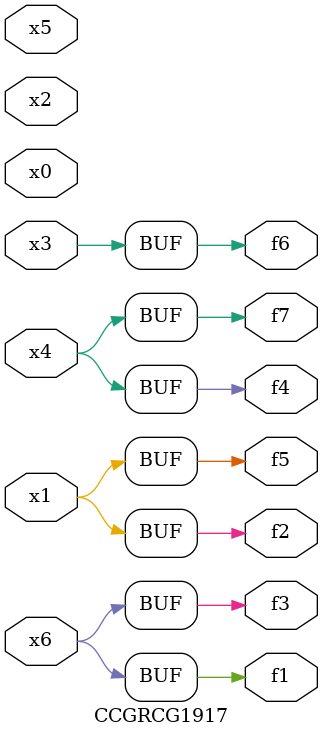
<source format=v>
module CCGRCG1917(
	input x0, x1, x2, x3, x4, x5, x6,
	output f1, f2, f3, f4, f5, f6, f7
);
	assign f1 = x6;
	assign f2 = x1;
	assign f3 = x6;
	assign f4 = x4;
	assign f5 = x1;
	assign f6 = x3;
	assign f7 = x4;
endmodule

</source>
